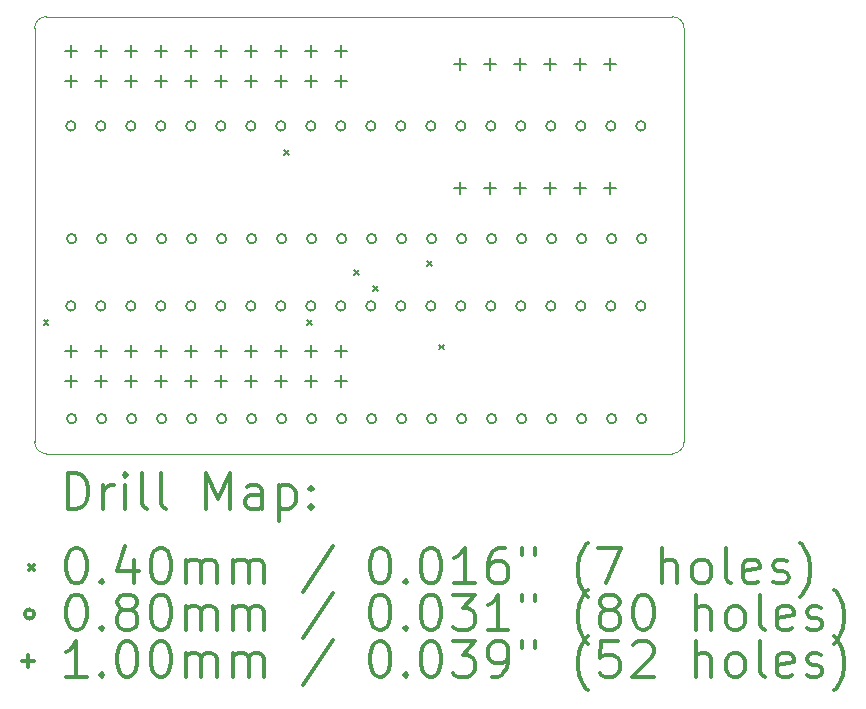
<source format=gbr>
%FSLAX45Y45*%
G04 Gerber Fmt 4.5, Leading zero omitted, Abs format (unit mm)*
G04 Created by KiCad (PCBNEW (5.1.6)-1) date 2021-12-03 11:21:00*
%MOMM*%
%LPD*%
G01*
G04 APERTURE LIST*
%TA.AperFunction,Profile*%
%ADD10C,0.050000*%
%TD*%
%ADD11C,0.200000*%
%ADD12C,0.300000*%
G04 APERTURE END LIST*
D10*
X20300000Y-8200000D02*
G75*
G02*
X20400000Y-8300000I0J-100000D01*
G01*
X15000000Y-8200000D02*
X20300000Y-8200000D01*
X14900000Y-8300000D02*
G75*
G02*
X15000000Y-8200000I100000J0D01*
G01*
X14900000Y-11800000D02*
X14900000Y-8300000D01*
X15000000Y-11900000D02*
G75*
G02*
X14900000Y-11800000I0J100000D01*
G01*
X20300000Y-11900000D02*
X15000000Y-11900000D01*
X20400000Y-11800000D02*
G75*
G02*
X20300000Y-11900000I-100000J0D01*
G01*
X20400000Y-8300000D02*
X20400000Y-11800000D01*
D11*
X14976500Y-10767790D02*
X15016500Y-10807790D01*
X15016500Y-10767790D02*
X14976500Y-10807790D01*
X17012840Y-9333160D02*
X17052840Y-9373160D01*
X17052840Y-9333160D02*
X17012840Y-9373160D01*
X17205840Y-10772160D02*
X17245840Y-10812160D01*
X17245840Y-10772160D02*
X17205840Y-10812160D01*
X17605620Y-10345470D02*
X17645620Y-10385470D01*
X17645620Y-10345470D02*
X17605620Y-10385470D01*
X17764140Y-10483000D02*
X17804140Y-10523000D01*
X17804140Y-10483000D02*
X17764140Y-10523000D01*
X18221470Y-10271640D02*
X18261470Y-10311640D01*
X18261470Y-10271640D02*
X18221470Y-10311640D01*
X18324680Y-10978050D02*
X18364680Y-11018050D01*
X18364680Y-10978050D02*
X18324680Y-11018050D01*
X15248000Y-9126000D02*
G75*
G03*
X15248000Y-9126000I-40000J0D01*
G01*
X15248000Y-10650000D02*
G75*
G03*
X15248000Y-10650000I-40000J0D01*
G01*
X15502000Y-9126000D02*
G75*
G03*
X15502000Y-9126000I-40000J0D01*
G01*
X15502000Y-10650000D02*
G75*
G03*
X15502000Y-10650000I-40000J0D01*
G01*
X15756000Y-9126000D02*
G75*
G03*
X15756000Y-9126000I-40000J0D01*
G01*
X15756000Y-10650000D02*
G75*
G03*
X15756000Y-10650000I-40000J0D01*
G01*
X16010000Y-9126000D02*
G75*
G03*
X16010000Y-9126000I-40000J0D01*
G01*
X16010000Y-10650000D02*
G75*
G03*
X16010000Y-10650000I-40000J0D01*
G01*
X16264000Y-9126000D02*
G75*
G03*
X16264000Y-9126000I-40000J0D01*
G01*
X16264000Y-10650000D02*
G75*
G03*
X16264000Y-10650000I-40000J0D01*
G01*
X16518000Y-9126000D02*
G75*
G03*
X16518000Y-9126000I-40000J0D01*
G01*
X16518000Y-10650000D02*
G75*
G03*
X16518000Y-10650000I-40000J0D01*
G01*
X16772000Y-9126000D02*
G75*
G03*
X16772000Y-9126000I-40000J0D01*
G01*
X16772000Y-10650000D02*
G75*
G03*
X16772000Y-10650000I-40000J0D01*
G01*
X17026000Y-9126000D02*
G75*
G03*
X17026000Y-9126000I-40000J0D01*
G01*
X17026000Y-10650000D02*
G75*
G03*
X17026000Y-10650000I-40000J0D01*
G01*
X17280000Y-9126000D02*
G75*
G03*
X17280000Y-9126000I-40000J0D01*
G01*
X17280000Y-10650000D02*
G75*
G03*
X17280000Y-10650000I-40000J0D01*
G01*
X17534000Y-9126000D02*
G75*
G03*
X17534000Y-9126000I-40000J0D01*
G01*
X17534000Y-10650000D02*
G75*
G03*
X17534000Y-10650000I-40000J0D01*
G01*
X17788000Y-9126000D02*
G75*
G03*
X17788000Y-9126000I-40000J0D01*
G01*
X17788000Y-10650000D02*
G75*
G03*
X17788000Y-10650000I-40000J0D01*
G01*
X18042000Y-9126000D02*
G75*
G03*
X18042000Y-9126000I-40000J0D01*
G01*
X18042000Y-10650000D02*
G75*
G03*
X18042000Y-10650000I-40000J0D01*
G01*
X18296000Y-9126000D02*
G75*
G03*
X18296000Y-9126000I-40000J0D01*
G01*
X18296000Y-10650000D02*
G75*
G03*
X18296000Y-10650000I-40000J0D01*
G01*
X18550000Y-9126000D02*
G75*
G03*
X18550000Y-9126000I-40000J0D01*
G01*
X18550000Y-10650000D02*
G75*
G03*
X18550000Y-10650000I-40000J0D01*
G01*
X18804000Y-9126000D02*
G75*
G03*
X18804000Y-9126000I-40000J0D01*
G01*
X18804000Y-10650000D02*
G75*
G03*
X18804000Y-10650000I-40000J0D01*
G01*
X19058000Y-9126000D02*
G75*
G03*
X19058000Y-9126000I-40000J0D01*
G01*
X19058000Y-10650000D02*
G75*
G03*
X19058000Y-10650000I-40000J0D01*
G01*
X19312000Y-9126000D02*
G75*
G03*
X19312000Y-9126000I-40000J0D01*
G01*
X19312000Y-10650000D02*
G75*
G03*
X19312000Y-10650000I-40000J0D01*
G01*
X19566000Y-9126000D02*
G75*
G03*
X19566000Y-9126000I-40000J0D01*
G01*
X19566000Y-10650000D02*
G75*
G03*
X19566000Y-10650000I-40000J0D01*
G01*
X19820000Y-9126000D02*
G75*
G03*
X19820000Y-9126000I-40000J0D01*
G01*
X19820000Y-10650000D02*
G75*
G03*
X19820000Y-10650000I-40000J0D01*
G01*
X20074000Y-9126000D02*
G75*
G03*
X20074000Y-9126000I-40000J0D01*
G01*
X20074000Y-10650000D02*
G75*
G03*
X20074000Y-10650000I-40000J0D01*
G01*
X15254000Y-10080000D02*
G75*
G03*
X15254000Y-10080000I-40000J0D01*
G01*
X15254000Y-11604000D02*
G75*
G03*
X15254000Y-11604000I-40000J0D01*
G01*
X15508000Y-10080000D02*
G75*
G03*
X15508000Y-10080000I-40000J0D01*
G01*
X15508000Y-11604000D02*
G75*
G03*
X15508000Y-11604000I-40000J0D01*
G01*
X15762000Y-10080000D02*
G75*
G03*
X15762000Y-10080000I-40000J0D01*
G01*
X15762000Y-11604000D02*
G75*
G03*
X15762000Y-11604000I-40000J0D01*
G01*
X16016000Y-10080000D02*
G75*
G03*
X16016000Y-10080000I-40000J0D01*
G01*
X16016000Y-11604000D02*
G75*
G03*
X16016000Y-11604000I-40000J0D01*
G01*
X16270000Y-10080000D02*
G75*
G03*
X16270000Y-10080000I-40000J0D01*
G01*
X16270000Y-11604000D02*
G75*
G03*
X16270000Y-11604000I-40000J0D01*
G01*
X16524000Y-10080000D02*
G75*
G03*
X16524000Y-10080000I-40000J0D01*
G01*
X16524000Y-11604000D02*
G75*
G03*
X16524000Y-11604000I-40000J0D01*
G01*
X16778000Y-10080000D02*
G75*
G03*
X16778000Y-10080000I-40000J0D01*
G01*
X16778000Y-11604000D02*
G75*
G03*
X16778000Y-11604000I-40000J0D01*
G01*
X17032000Y-10080000D02*
G75*
G03*
X17032000Y-10080000I-40000J0D01*
G01*
X17032000Y-11604000D02*
G75*
G03*
X17032000Y-11604000I-40000J0D01*
G01*
X17286000Y-10080000D02*
G75*
G03*
X17286000Y-10080000I-40000J0D01*
G01*
X17286000Y-11604000D02*
G75*
G03*
X17286000Y-11604000I-40000J0D01*
G01*
X17540000Y-10080000D02*
G75*
G03*
X17540000Y-10080000I-40000J0D01*
G01*
X17540000Y-11604000D02*
G75*
G03*
X17540000Y-11604000I-40000J0D01*
G01*
X17794000Y-10080000D02*
G75*
G03*
X17794000Y-10080000I-40000J0D01*
G01*
X17794000Y-11604000D02*
G75*
G03*
X17794000Y-11604000I-40000J0D01*
G01*
X18048000Y-10080000D02*
G75*
G03*
X18048000Y-10080000I-40000J0D01*
G01*
X18048000Y-11604000D02*
G75*
G03*
X18048000Y-11604000I-40000J0D01*
G01*
X18302000Y-10080000D02*
G75*
G03*
X18302000Y-10080000I-40000J0D01*
G01*
X18302000Y-11604000D02*
G75*
G03*
X18302000Y-11604000I-40000J0D01*
G01*
X18556000Y-10080000D02*
G75*
G03*
X18556000Y-10080000I-40000J0D01*
G01*
X18556000Y-11604000D02*
G75*
G03*
X18556000Y-11604000I-40000J0D01*
G01*
X18810000Y-10080000D02*
G75*
G03*
X18810000Y-10080000I-40000J0D01*
G01*
X18810000Y-11604000D02*
G75*
G03*
X18810000Y-11604000I-40000J0D01*
G01*
X19064000Y-10080000D02*
G75*
G03*
X19064000Y-10080000I-40000J0D01*
G01*
X19064000Y-11604000D02*
G75*
G03*
X19064000Y-11604000I-40000J0D01*
G01*
X19318000Y-10080000D02*
G75*
G03*
X19318000Y-10080000I-40000J0D01*
G01*
X19318000Y-11604000D02*
G75*
G03*
X19318000Y-11604000I-40000J0D01*
G01*
X19572000Y-10080000D02*
G75*
G03*
X19572000Y-10080000I-40000J0D01*
G01*
X19572000Y-11604000D02*
G75*
G03*
X19572000Y-11604000I-40000J0D01*
G01*
X19826000Y-10080000D02*
G75*
G03*
X19826000Y-10080000I-40000J0D01*
G01*
X19826000Y-11604000D02*
G75*
G03*
X19826000Y-11604000I-40000J0D01*
G01*
X20080000Y-10080000D02*
G75*
G03*
X20080000Y-10080000I-40000J0D01*
G01*
X20080000Y-11604000D02*
G75*
G03*
X20080000Y-11604000I-40000J0D01*
G01*
X15207000Y-8443000D02*
X15207000Y-8543000D01*
X15157000Y-8493000D02*
X15257000Y-8493000D01*
X15207000Y-8697000D02*
X15207000Y-8797000D01*
X15157000Y-8747000D02*
X15257000Y-8747000D01*
X15207000Y-10983000D02*
X15207000Y-11083000D01*
X15157000Y-11033000D02*
X15257000Y-11033000D01*
X15207000Y-11237000D02*
X15207000Y-11337000D01*
X15157000Y-11287000D02*
X15257000Y-11287000D01*
X15461000Y-8443000D02*
X15461000Y-8543000D01*
X15411000Y-8493000D02*
X15511000Y-8493000D01*
X15461000Y-8697000D02*
X15461000Y-8797000D01*
X15411000Y-8747000D02*
X15511000Y-8747000D01*
X15461000Y-10983000D02*
X15461000Y-11083000D01*
X15411000Y-11033000D02*
X15511000Y-11033000D01*
X15461000Y-11237000D02*
X15461000Y-11337000D01*
X15411000Y-11287000D02*
X15511000Y-11287000D01*
X15715000Y-8443000D02*
X15715000Y-8543000D01*
X15665000Y-8493000D02*
X15765000Y-8493000D01*
X15715000Y-8697000D02*
X15715000Y-8797000D01*
X15665000Y-8747000D02*
X15765000Y-8747000D01*
X15715000Y-10983000D02*
X15715000Y-11083000D01*
X15665000Y-11033000D02*
X15765000Y-11033000D01*
X15715000Y-11237000D02*
X15715000Y-11337000D01*
X15665000Y-11287000D02*
X15765000Y-11287000D01*
X15969000Y-8443000D02*
X15969000Y-8543000D01*
X15919000Y-8493000D02*
X16019000Y-8493000D01*
X15969000Y-8697000D02*
X15969000Y-8797000D01*
X15919000Y-8747000D02*
X16019000Y-8747000D01*
X15969000Y-10983000D02*
X15969000Y-11083000D01*
X15919000Y-11033000D02*
X16019000Y-11033000D01*
X15969000Y-11237000D02*
X15969000Y-11337000D01*
X15919000Y-11287000D02*
X16019000Y-11287000D01*
X16223000Y-8443000D02*
X16223000Y-8543000D01*
X16173000Y-8493000D02*
X16273000Y-8493000D01*
X16223000Y-8697000D02*
X16223000Y-8797000D01*
X16173000Y-8747000D02*
X16273000Y-8747000D01*
X16223000Y-10983000D02*
X16223000Y-11083000D01*
X16173000Y-11033000D02*
X16273000Y-11033000D01*
X16223000Y-11237000D02*
X16223000Y-11337000D01*
X16173000Y-11287000D02*
X16273000Y-11287000D01*
X16477000Y-8443000D02*
X16477000Y-8543000D01*
X16427000Y-8493000D02*
X16527000Y-8493000D01*
X16477000Y-8697000D02*
X16477000Y-8797000D01*
X16427000Y-8747000D02*
X16527000Y-8747000D01*
X16477000Y-10983000D02*
X16477000Y-11083000D01*
X16427000Y-11033000D02*
X16527000Y-11033000D01*
X16477000Y-11237000D02*
X16477000Y-11337000D01*
X16427000Y-11287000D02*
X16527000Y-11287000D01*
X16731000Y-8443000D02*
X16731000Y-8543000D01*
X16681000Y-8493000D02*
X16781000Y-8493000D01*
X16731000Y-8697000D02*
X16731000Y-8797000D01*
X16681000Y-8747000D02*
X16781000Y-8747000D01*
X16731000Y-10983000D02*
X16731000Y-11083000D01*
X16681000Y-11033000D02*
X16781000Y-11033000D01*
X16731000Y-11237000D02*
X16731000Y-11337000D01*
X16681000Y-11287000D02*
X16781000Y-11287000D01*
X16985000Y-8443000D02*
X16985000Y-8543000D01*
X16935000Y-8493000D02*
X17035000Y-8493000D01*
X16985000Y-8697000D02*
X16985000Y-8797000D01*
X16935000Y-8747000D02*
X17035000Y-8747000D01*
X16985000Y-10983000D02*
X16985000Y-11083000D01*
X16935000Y-11033000D02*
X17035000Y-11033000D01*
X16985000Y-11237000D02*
X16985000Y-11337000D01*
X16935000Y-11287000D02*
X17035000Y-11287000D01*
X17239000Y-8443000D02*
X17239000Y-8543000D01*
X17189000Y-8493000D02*
X17289000Y-8493000D01*
X17239000Y-8697000D02*
X17239000Y-8797000D01*
X17189000Y-8747000D02*
X17289000Y-8747000D01*
X17239000Y-10983000D02*
X17239000Y-11083000D01*
X17189000Y-11033000D02*
X17289000Y-11033000D01*
X17239000Y-11237000D02*
X17239000Y-11337000D01*
X17189000Y-11287000D02*
X17289000Y-11287000D01*
X17493000Y-8443000D02*
X17493000Y-8543000D01*
X17443000Y-8493000D02*
X17543000Y-8493000D01*
X17493000Y-8697000D02*
X17493000Y-8797000D01*
X17443000Y-8747000D02*
X17543000Y-8747000D01*
X17493000Y-10983000D02*
X17493000Y-11083000D01*
X17443000Y-11033000D02*
X17543000Y-11033000D01*
X17493000Y-11237000D02*
X17493000Y-11337000D01*
X17443000Y-11287000D02*
X17543000Y-11287000D01*
X18500000Y-8550000D02*
X18500000Y-8650000D01*
X18450000Y-8600000D02*
X18550000Y-8600000D01*
X18500000Y-9600000D02*
X18500000Y-9700000D01*
X18450000Y-9650000D02*
X18550000Y-9650000D01*
X18754000Y-8550000D02*
X18754000Y-8650000D01*
X18704000Y-8600000D02*
X18804000Y-8600000D01*
X18754000Y-9600000D02*
X18754000Y-9700000D01*
X18704000Y-9650000D02*
X18804000Y-9650000D01*
X19008000Y-8550000D02*
X19008000Y-8650000D01*
X18958000Y-8600000D02*
X19058000Y-8600000D01*
X19008000Y-9600000D02*
X19008000Y-9700000D01*
X18958000Y-9650000D02*
X19058000Y-9650000D01*
X19262000Y-8550000D02*
X19262000Y-8650000D01*
X19212000Y-8600000D02*
X19312000Y-8600000D01*
X19262000Y-9600000D02*
X19262000Y-9700000D01*
X19212000Y-9650000D02*
X19312000Y-9650000D01*
X19516000Y-8550000D02*
X19516000Y-8650000D01*
X19466000Y-8600000D02*
X19566000Y-8600000D01*
X19516000Y-9600000D02*
X19516000Y-9700000D01*
X19466000Y-9650000D02*
X19566000Y-9650000D01*
X19770000Y-8550000D02*
X19770000Y-8650000D01*
X19720000Y-8600000D02*
X19820000Y-8600000D01*
X19770000Y-9600000D02*
X19770000Y-9700000D01*
X19720000Y-9650000D02*
X19820000Y-9650000D01*
D12*
X15183928Y-12368214D02*
X15183928Y-12068214D01*
X15255357Y-12068214D01*
X15298214Y-12082500D01*
X15326786Y-12111071D01*
X15341071Y-12139643D01*
X15355357Y-12196786D01*
X15355357Y-12239643D01*
X15341071Y-12296786D01*
X15326786Y-12325357D01*
X15298214Y-12353929D01*
X15255357Y-12368214D01*
X15183928Y-12368214D01*
X15483928Y-12368214D02*
X15483928Y-12168214D01*
X15483928Y-12225357D02*
X15498214Y-12196786D01*
X15512500Y-12182500D01*
X15541071Y-12168214D01*
X15569643Y-12168214D01*
X15669643Y-12368214D02*
X15669643Y-12168214D01*
X15669643Y-12068214D02*
X15655357Y-12082500D01*
X15669643Y-12096786D01*
X15683928Y-12082500D01*
X15669643Y-12068214D01*
X15669643Y-12096786D01*
X15855357Y-12368214D02*
X15826786Y-12353929D01*
X15812500Y-12325357D01*
X15812500Y-12068214D01*
X16012500Y-12368214D02*
X15983928Y-12353929D01*
X15969643Y-12325357D01*
X15969643Y-12068214D01*
X16355357Y-12368214D02*
X16355357Y-12068214D01*
X16455357Y-12282500D01*
X16555357Y-12068214D01*
X16555357Y-12368214D01*
X16826786Y-12368214D02*
X16826786Y-12211071D01*
X16812500Y-12182500D01*
X16783928Y-12168214D01*
X16726786Y-12168214D01*
X16698214Y-12182500D01*
X16826786Y-12353929D02*
X16798214Y-12368214D01*
X16726786Y-12368214D01*
X16698214Y-12353929D01*
X16683928Y-12325357D01*
X16683928Y-12296786D01*
X16698214Y-12268214D01*
X16726786Y-12253929D01*
X16798214Y-12253929D01*
X16826786Y-12239643D01*
X16969643Y-12168214D02*
X16969643Y-12468214D01*
X16969643Y-12182500D02*
X16998214Y-12168214D01*
X17055357Y-12168214D01*
X17083928Y-12182500D01*
X17098214Y-12196786D01*
X17112500Y-12225357D01*
X17112500Y-12311071D01*
X17098214Y-12339643D01*
X17083928Y-12353929D01*
X17055357Y-12368214D01*
X16998214Y-12368214D01*
X16969643Y-12353929D01*
X17241071Y-12339643D02*
X17255357Y-12353929D01*
X17241071Y-12368214D01*
X17226786Y-12353929D01*
X17241071Y-12339643D01*
X17241071Y-12368214D01*
X17241071Y-12182500D02*
X17255357Y-12196786D01*
X17241071Y-12211071D01*
X17226786Y-12196786D01*
X17241071Y-12182500D01*
X17241071Y-12211071D01*
X14857500Y-12842500D02*
X14897500Y-12882500D01*
X14897500Y-12842500D02*
X14857500Y-12882500D01*
X15241071Y-12698214D02*
X15269643Y-12698214D01*
X15298214Y-12712500D01*
X15312500Y-12726786D01*
X15326786Y-12755357D01*
X15341071Y-12812500D01*
X15341071Y-12883929D01*
X15326786Y-12941071D01*
X15312500Y-12969643D01*
X15298214Y-12983929D01*
X15269643Y-12998214D01*
X15241071Y-12998214D01*
X15212500Y-12983929D01*
X15198214Y-12969643D01*
X15183928Y-12941071D01*
X15169643Y-12883929D01*
X15169643Y-12812500D01*
X15183928Y-12755357D01*
X15198214Y-12726786D01*
X15212500Y-12712500D01*
X15241071Y-12698214D01*
X15469643Y-12969643D02*
X15483928Y-12983929D01*
X15469643Y-12998214D01*
X15455357Y-12983929D01*
X15469643Y-12969643D01*
X15469643Y-12998214D01*
X15741071Y-12798214D02*
X15741071Y-12998214D01*
X15669643Y-12683929D02*
X15598214Y-12898214D01*
X15783928Y-12898214D01*
X15955357Y-12698214D02*
X15983928Y-12698214D01*
X16012500Y-12712500D01*
X16026786Y-12726786D01*
X16041071Y-12755357D01*
X16055357Y-12812500D01*
X16055357Y-12883929D01*
X16041071Y-12941071D01*
X16026786Y-12969643D01*
X16012500Y-12983929D01*
X15983928Y-12998214D01*
X15955357Y-12998214D01*
X15926786Y-12983929D01*
X15912500Y-12969643D01*
X15898214Y-12941071D01*
X15883928Y-12883929D01*
X15883928Y-12812500D01*
X15898214Y-12755357D01*
X15912500Y-12726786D01*
X15926786Y-12712500D01*
X15955357Y-12698214D01*
X16183928Y-12998214D02*
X16183928Y-12798214D01*
X16183928Y-12826786D02*
X16198214Y-12812500D01*
X16226786Y-12798214D01*
X16269643Y-12798214D01*
X16298214Y-12812500D01*
X16312500Y-12841071D01*
X16312500Y-12998214D01*
X16312500Y-12841071D02*
X16326786Y-12812500D01*
X16355357Y-12798214D01*
X16398214Y-12798214D01*
X16426786Y-12812500D01*
X16441071Y-12841071D01*
X16441071Y-12998214D01*
X16583928Y-12998214D02*
X16583928Y-12798214D01*
X16583928Y-12826786D02*
X16598214Y-12812500D01*
X16626786Y-12798214D01*
X16669643Y-12798214D01*
X16698214Y-12812500D01*
X16712500Y-12841071D01*
X16712500Y-12998214D01*
X16712500Y-12841071D02*
X16726786Y-12812500D01*
X16755357Y-12798214D01*
X16798214Y-12798214D01*
X16826786Y-12812500D01*
X16841071Y-12841071D01*
X16841071Y-12998214D01*
X17426786Y-12683929D02*
X17169643Y-13069643D01*
X17812500Y-12698214D02*
X17841071Y-12698214D01*
X17869643Y-12712500D01*
X17883928Y-12726786D01*
X17898214Y-12755357D01*
X17912500Y-12812500D01*
X17912500Y-12883929D01*
X17898214Y-12941071D01*
X17883928Y-12969643D01*
X17869643Y-12983929D01*
X17841071Y-12998214D01*
X17812500Y-12998214D01*
X17783928Y-12983929D01*
X17769643Y-12969643D01*
X17755357Y-12941071D01*
X17741071Y-12883929D01*
X17741071Y-12812500D01*
X17755357Y-12755357D01*
X17769643Y-12726786D01*
X17783928Y-12712500D01*
X17812500Y-12698214D01*
X18041071Y-12969643D02*
X18055357Y-12983929D01*
X18041071Y-12998214D01*
X18026786Y-12983929D01*
X18041071Y-12969643D01*
X18041071Y-12998214D01*
X18241071Y-12698214D02*
X18269643Y-12698214D01*
X18298214Y-12712500D01*
X18312500Y-12726786D01*
X18326786Y-12755357D01*
X18341071Y-12812500D01*
X18341071Y-12883929D01*
X18326786Y-12941071D01*
X18312500Y-12969643D01*
X18298214Y-12983929D01*
X18269643Y-12998214D01*
X18241071Y-12998214D01*
X18212500Y-12983929D01*
X18198214Y-12969643D01*
X18183928Y-12941071D01*
X18169643Y-12883929D01*
X18169643Y-12812500D01*
X18183928Y-12755357D01*
X18198214Y-12726786D01*
X18212500Y-12712500D01*
X18241071Y-12698214D01*
X18626786Y-12998214D02*
X18455357Y-12998214D01*
X18541071Y-12998214D02*
X18541071Y-12698214D01*
X18512500Y-12741071D01*
X18483928Y-12769643D01*
X18455357Y-12783929D01*
X18883928Y-12698214D02*
X18826786Y-12698214D01*
X18798214Y-12712500D01*
X18783928Y-12726786D01*
X18755357Y-12769643D01*
X18741071Y-12826786D01*
X18741071Y-12941071D01*
X18755357Y-12969643D01*
X18769643Y-12983929D01*
X18798214Y-12998214D01*
X18855357Y-12998214D01*
X18883928Y-12983929D01*
X18898214Y-12969643D01*
X18912500Y-12941071D01*
X18912500Y-12869643D01*
X18898214Y-12841071D01*
X18883928Y-12826786D01*
X18855357Y-12812500D01*
X18798214Y-12812500D01*
X18769643Y-12826786D01*
X18755357Y-12841071D01*
X18741071Y-12869643D01*
X19026786Y-12698214D02*
X19026786Y-12755357D01*
X19141071Y-12698214D02*
X19141071Y-12755357D01*
X19583928Y-13112500D02*
X19569643Y-13098214D01*
X19541071Y-13055357D01*
X19526786Y-13026786D01*
X19512500Y-12983929D01*
X19498214Y-12912500D01*
X19498214Y-12855357D01*
X19512500Y-12783929D01*
X19526786Y-12741071D01*
X19541071Y-12712500D01*
X19569643Y-12669643D01*
X19583928Y-12655357D01*
X19669643Y-12698214D02*
X19869643Y-12698214D01*
X19741071Y-12998214D01*
X20212500Y-12998214D02*
X20212500Y-12698214D01*
X20341071Y-12998214D02*
X20341071Y-12841071D01*
X20326786Y-12812500D01*
X20298214Y-12798214D01*
X20255357Y-12798214D01*
X20226786Y-12812500D01*
X20212500Y-12826786D01*
X20526786Y-12998214D02*
X20498214Y-12983929D01*
X20483928Y-12969643D01*
X20469643Y-12941071D01*
X20469643Y-12855357D01*
X20483928Y-12826786D01*
X20498214Y-12812500D01*
X20526786Y-12798214D01*
X20569643Y-12798214D01*
X20598214Y-12812500D01*
X20612500Y-12826786D01*
X20626786Y-12855357D01*
X20626786Y-12941071D01*
X20612500Y-12969643D01*
X20598214Y-12983929D01*
X20569643Y-12998214D01*
X20526786Y-12998214D01*
X20798214Y-12998214D02*
X20769643Y-12983929D01*
X20755357Y-12955357D01*
X20755357Y-12698214D01*
X21026786Y-12983929D02*
X20998214Y-12998214D01*
X20941071Y-12998214D01*
X20912500Y-12983929D01*
X20898214Y-12955357D01*
X20898214Y-12841071D01*
X20912500Y-12812500D01*
X20941071Y-12798214D01*
X20998214Y-12798214D01*
X21026786Y-12812500D01*
X21041071Y-12841071D01*
X21041071Y-12869643D01*
X20898214Y-12898214D01*
X21155357Y-12983929D02*
X21183928Y-12998214D01*
X21241071Y-12998214D01*
X21269643Y-12983929D01*
X21283928Y-12955357D01*
X21283928Y-12941071D01*
X21269643Y-12912500D01*
X21241071Y-12898214D01*
X21198214Y-12898214D01*
X21169643Y-12883929D01*
X21155357Y-12855357D01*
X21155357Y-12841071D01*
X21169643Y-12812500D01*
X21198214Y-12798214D01*
X21241071Y-12798214D01*
X21269643Y-12812500D01*
X21383928Y-13112500D02*
X21398214Y-13098214D01*
X21426786Y-13055357D01*
X21441071Y-13026786D01*
X21455357Y-12983929D01*
X21469643Y-12912500D01*
X21469643Y-12855357D01*
X21455357Y-12783929D01*
X21441071Y-12741071D01*
X21426786Y-12712500D01*
X21398214Y-12669643D01*
X21383928Y-12655357D01*
X14897500Y-13258500D02*
G75*
G03*
X14897500Y-13258500I-40000J0D01*
G01*
X15241071Y-13094214D02*
X15269643Y-13094214D01*
X15298214Y-13108500D01*
X15312500Y-13122786D01*
X15326786Y-13151357D01*
X15341071Y-13208500D01*
X15341071Y-13279929D01*
X15326786Y-13337071D01*
X15312500Y-13365643D01*
X15298214Y-13379929D01*
X15269643Y-13394214D01*
X15241071Y-13394214D01*
X15212500Y-13379929D01*
X15198214Y-13365643D01*
X15183928Y-13337071D01*
X15169643Y-13279929D01*
X15169643Y-13208500D01*
X15183928Y-13151357D01*
X15198214Y-13122786D01*
X15212500Y-13108500D01*
X15241071Y-13094214D01*
X15469643Y-13365643D02*
X15483928Y-13379929D01*
X15469643Y-13394214D01*
X15455357Y-13379929D01*
X15469643Y-13365643D01*
X15469643Y-13394214D01*
X15655357Y-13222786D02*
X15626786Y-13208500D01*
X15612500Y-13194214D01*
X15598214Y-13165643D01*
X15598214Y-13151357D01*
X15612500Y-13122786D01*
X15626786Y-13108500D01*
X15655357Y-13094214D01*
X15712500Y-13094214D01*
X15741071Y-13108500D01*
X15755357Y-13122786D01*
X15769643Y-13151357D01*
X15769643Y-13165643D01*
X15755357Y-13194214D01*
X15741071Y-13208500D01*
X15712500Y-13222786D01*
X15655357Y-13222786D01*
X15626786Y-13237071D01*
X15612500Y-13251357D01*
X15598214Y-13279929D01*
X15598214Y-13337071D01*
X15612500Y-13365643D01*
X15626786Y-13379929D01*
X15655357Y-13394214D01*
X15712500Y-13394214D01*
X15741071Y-13379929D01*
X15755357Y-13365643D01*
X15769643Y-13337071D01*
X15769643Y-13279929D01*
X15755357Y-13251357D01*
X15741071Y-13237071D01*
X15712500Y-13222786D01*
X15955357Y-13094214D02*
X15983928Y-13094214D01*
X16012500Y-13108500D01*
X16026786Y-13122786D01*
X16041071Y-13151357D01*
X16055357Y-13208500D01*
X16055357Y-13279929D01*
X16041071Y-13337071D01*
X16026786Y-13365643D01*
X16012500Y-13379929D01*
X15983928Y-13394214D01*
X15955357Y-13394214D01*
X15926786Y-13379929D01*
X15912500Y-13365643D01*
X15898214Y-13337071D01*
X15883928Y-13279929D01*
X15883928Y-13208500D01*
X15898214Y-13151357D01*
X15912500Y-13122786D01*
X15926786Y-13108500D01*
X15955357Y-13094214D01*
X16183928Y-13394214D02*
X16183928Y-13194214D01*
X16183928Y-13222786D02*
X16198214Y-13208500D01*
X16226786Y-13194214D01*
X16269643Y-13194214D01*
X16298214Y-13208500D01*
X16312500Y-13237071D01*
X16312500Y-13394214D01*
X16312500Y-13237071D02*
X16326786Y-13208500D01*
X16355357Y-13194214D01*
X16398214Y-13194214D01*
X16426786Y-13208500D01*
X16441071Y-13237071D01*
X16441071Y-13394214D01*
X16583928Y-13394214D02*
X16583928Y-13194214D01*
X16583928Y-13222786D02*
X16598214Y-13208500D01*
X16626786Y-13194214D01*
X16669643Y-13194214D01*
X16698214Y-13208500D01*
X16712500Y-13237071D01*
X16712500Y-13394214D01*
X16712500Y-13237071D02*
X16726786Y-13208500D01*
X16755357Y-13194214D01*
X16798214Y-13194214D01*
X16826786Y-13208500D01*
X16841071Y-13237071D01*
X16841071Y-13394214D01*
X17426786Y-13079929D02*
X17169643Y-13465643D01*
X17812500Y-13094214D02*
X17841071Y-13094214D01*
X17869643Y-13108500D01*
X17883928Y-13122786D01*
X17898214Y-13151357D01*
X17912500Y-13208500D01*
X17912500Y-13279929D01*
X17898214Y-13337071D01*
X17883928Y-13365643D01*
X17869643Y-13379929D01*
X17841071Y-13394214D01*
X17812500Y-13394214D01*
X17783928Y-13379929D01*
X17769643Y-13365643D01*
X17755357Y-13337071D01*
X17741071Y-13279929D01*
X17741071Y-13208500D01*
X17755357Y-13151357D01*
X17769643Y-13122786D01*
X17783928Y-13108500D01*
X17812500Y-13094214D01*
X18041071Y-13365643D02*
X18055357Y-13379929D01*
X18041071Y-13394214D01*
X18026786Y-13379929D01*
X18041071Y-13365643D01*
X18041071Y-13394214D01*
X18241071Y-13094214D02*
X18269643Y-13094214D01*
X18298214Y-13108500D01*
X18312500Y-13122786D01*
X18326786Y-13151357D01*
X18341071Y-13208500D01*
X18341071Y-13279929D01*
X18326786Y-13337071D01*
X18312500Y-13365643D01*
X18298214Y-13379929D01*
X18269643Y-13394214D01*
X18241071Y-13394214D01*
X18212500Y-13379929D01*
X18198214Y-13365643D01*
X18183928Y-13337071D01*
X18169643Y-13279929D01*
X18169643Y-13208500D01*
X18183928Y-13151357D01*
X18198214Y-13122786D01*
X18212500Y-13108500D01*
X18241071Y-13094214D01*
X18441071Y-13094214D02*
X18626786Y-13094214D01*
X18526786Y-13208500D01*
X18569643Y-13208500D01*
X18598214Y-13222786D01*
X18612500Y-13237071D01*
X18626786Y-13265643D01*
X18626786Y-13337071D01*
X18612500Y-13365643D01*
X18598214Y-13379929D01*
X18569643Y-13394214D01*
X18483928Y-13394214D01*
X18455357Y-13379929D01*
X18441071Y-13365643D01*
X18912500Y-13394214D02*
X18741071Y-13394214D01*
X18826786Y-13394214D02*
X18826786Y-13094214D01*
X18798214Y-13137071D01*
X18769643Y-13165643D01*
X18741071Y-13179929D01*
X19026786Y-13094214D02*
X19026786Y-13151357D01*
X19141071Y-13094214D02*
X19141071Y-13151357D01*
X19583928Y-13508500D02*
X19569643Y-13494214D01*
X19541071Y-13451357D01*
X19526786Y-13422786D01*
X19512500Y-13379929D01*
X19498214Y-13308500D01*
X19498214Y-13251357D01*
X19512500Y-13179929D01*
X19526786Y-13137071D01*
X19541071Y-13108500D01*
X19569643Y-13065643D01*
X19583928Y-13051357D01*
X19741071Y-13222786D02*
X19712500Y-13208500D01*
X19698214Y-13194214D01*
X19683928Y-13165643D01*
X19683928Y-13151357D01*
X19698214Y-13122786D01*
X19712500Y-13108500D01*
X19741071Y-13094214D01*
X19798214Y-13094214D01*
X19826786Y-13108500D01*
X19841071Y-13122786D01*
X19855357Y-13151357D01*
X19855357Y-13165643D01*
X19841071Y-13194214D01*
X19826786Y-13208500D01*
X19798214Y-13222786D01*
X19741071Y-13222786D01*
X19712500Y-13237071D01*
X19698214Y-13251357D01*
X19683928Y-13279929D01*
X19683928Y-13337071D01*
X19698214Y-13365643D01*
X19712500Y-13379929D01*
X19741071Y-13394214D01*
X19798214Y-13394214D01*
X19826786Y-13379929D01*
X19841071Y-13365643D01*
X19855357Y-13337071D01*
X19855357Y-13279929D01*
X19841071Y-13251357D01*
X19826786Y-13237071D01*
X19798214Y-13222786D01*
X20041071Y-13094214D02*
X20069643Y-13094214D01*
X20098214Y-13108500D01*
X20112500Y-13122786D01*
X20126786Y-13151357D01*
X20141071Y-13208500D01*
X20141071Y-13279929D01*
X20126786Y-13337071D01*
X20112500Y-13365643D01*
X20098214Y-13379929D01*
X20069643Y-13394214D01*
X20041071Y-13394214D01*
X20012500Y-13379929D01*
X19998214Y-13365643D01*
X19983928Y-13337071D01*
X19969643Y-13279929D01*
X19969643Y-13208500D01*
X19983928Y-13151357D01*
X19998214Y-13122786D01*
X20012500Y-13108500D01*
X20041071Y-13094214D01*
X20498214Y-13394214D02*
X20498214Y-13094214D01*
X20626786Y-13394214D02*
X20626786Y-13237071D01*
X20612500Y-13208500D01*
X20583928Y-13194214D01*
X20541071Y-13194214D01*
X20512500Y-13208500D01*
X20498214Y-13222786D01*
X20812500Y-13394214D02*
X20783928Y-13379929D01*
X20769643Y-13365643D01*
X20755357Y-13337071D01*
X20755357Y-13251357D01*
X20769643Y-13222786D01*
X20783928Y-13208500D01*
X20812500Y-13194214D01*
X20855357Y-13194214D01*
X20883928Y-13208500D01*
X20898214Y-13222786D01*
X20912500Y-13251357D01*
X20912500Y-13337071D01*
X20898214Y-13365643D01*
X20883928Y-13379929D01*
X20855357Y-13394214D01*
X20812500Y-13394214D01*
X21083928Y-13394214D02*
X21055357Y-13379929D01*
X21041071Y-13351357D01*
X21041071Y-13094214D01*
X21312500Y-13379929D02*
X21283928Y-13394214D01*
X21226786Y-13394214D01*
X21198214Y-13379929D01*
X21183928Y-13351357D01*
X21183928Y-13237071D01*
X21198214Y-13208500D01*
X21226786Y-13194214D01*
X21283928Y-13194214D01*
X21312500Y-13208500D01*
X21326786Y-13237071D01*
X21326786Y-13265643D01*
X21183928Y-13294214D01*
X21441071Y-13379929D02*
X21469643Y-13394214D01*
X21526786Y-13394214D01*
X21555357Y-13379929D01*
X21569643Y-13351357D01*
X21569643Y-13337071D01*
X21555357Y-13308500D01*
X21526786Y-13294214D01*
X21483928Y-13294214D01*
X21455357Y-13279929D01*
X21441071Y-13251357D01*
X21441071Y-13237071D01*
X21455357Y-13208500D01*
X21483928Y-13194214D01*
X21526786Y-13194214D01*
X21555357Y-13208500D01*
X21669643Y-13508500D02*
X21683928Y-13494214D01*
X21712500Y-13451357D01*
X21726786Y-13422786D01*
X21741071Y-13379929D01*
X21755357Y-13308500D01*
X21755357Y-13251357D01*
X21741071Y-13179929D01*
X21726786Y-13137071D01*
X21712500Y-13108500D01*
X21683928Y-13065643D01*
X21669643Y-13051357D01*
X14847500Y-13604500D02*
X14847500Y-13704500D01*
X14797500Y-13654500D02*
X14897500Y-13654500D01*
X15341071Y-13790214D02*
X15169643Y-13790214D01*
X15255357Y-13790214D02*
X15255357Y-13490214D01*
X15226786Y-13533071D01*
X15198214Y-13561643D01*
X15169643Y-13575929D01*
X15469643Y-13761643D02*
X15483928Y-13775929D01*
X15469643Y-13790214D01*
X15455357Y-13775929D01*
X15469643Y-13761643D01*
X15469643Y-13790214D01*
X15669643Y-13490214D02*
X15698214Y-13490214D01*
X15726786Y-13504500D01*
X15741071Y-13518786D01*
X15755357Y-13547357D01*
X15769643Y-13604500D01*
X15769643Y-13675929D01*
X15755357Y-13733071D01*
X15741071Y-13761643D01*
X15726786Y-13775929D01*
X15698214Y-13790214D01*
X15669643Y-13790214D01*
X15641071Y-13775929D01*
X15626786Y-13761643D01*
X15612500Y-13733071D01*
X15598214Y-13675929D01*
X15598214Y-13604500D01*
X15612500Y-13547357D01*
X15626786Y-13518786D01*
X15641071Y-13504500D01*
X15669643Y-13490214D01*
X15955357Y-13490214D02*
X15983928Y-13490214D01*
X16012500Y-13504500D01*
X16026786Y-13518786D01*
X16041071Y-13547357D01*
X16055357Y-13604500D01*
X16055357Y-13675929D01*
X16041071Y-13733071D01*
X16026786Y-13761643D01*
X16012500Y-13775929D01*
X15983928Y-13790214D01*
X15955357Y-13790214D01*
X15926786Y-13775929D01*
X15912500Y-13761643D01*
X15898214Y-13733071D01*
X15883928Y-13675929D01*
X15883928Y-13604500D01*
X15898214Y-13547357D01*
X15912500Y-13518786D01*
X15926786Y-13504500D01*
X15955357Y-13490214D01*
X16183928Y-13790214D02*
X16183928Y-13590214D01*
X16183928Y-13618786D02*
X16198214Y-13604500D01*
X16226786Y-13590214D01*
X16269643Y-13590214D01*
X16298214Y-13604500D01*
X16312500Y-13633071D01*
X16312500Y-13790214D01*
X16312500Y-13633071D02*
X16326786Y-13604500D01*
X16355357Y-13590214D01*
X16398214Y-13590214D01*
X16426786Y-13604500D01*
X16441071Y-13633071D01*
X16441071Y-13790214D01*
X16583928Y-13790214D02*
X16583928Y-13590214D01*
X16583928Y-13618786D02*
X16598214Y-13604500D01*
X16626786Y-13590214D01*
X16669643Y-13590214D01*
X16698214Y-13604500D01*
X16712500Y-13633071D01*
X16712500Y-13790214D01*
X16712500Y-13633071D02*
X16726786Y-13604500D01*
X16755357Y-13590214D01*
X16798214Y-13590214D01*
X16826786Y-13604500D01*
X16841071Y-13633071D01*
X16841071Y-13790214D01*
X17426786Y-13475929D02*
X17169643Y-13861643D01*
X17812500Y-13490214D02*
X17841071Y-13490214D01*
X17869643Y-13504500D01*
X17883928Y-13518786D01*
X17898214Y-13547357D01*
X17912500Y-13604500D01*
X17912500Y-13675929D01*
X17898214Y-13733071D01*
X17883928Y-13761643D01*
X17869643Y-13775929D01*
X17841071Y-13790214D01*
X17812500Y-13790214D01*
X17783928Y-13775929D01*
X17769643Y-13761643D01*
X17755357Y-13733071D01*
X17741071Y-13675929D01*
X17741071Y-13604500D01*
X17755357Y-13547357D01*
X17769643Y-13518786D01*
X17783928Y-13504500D01*
X17812500Y-13490214D01*
X18041071Y-13761643D02*
X18055357Y-13775929D01*
X18041071Y-13790214D01*
X18026786Y-13775929D01*
X18041071Y-13761643D01*
X18041071Y-13790214D01*
X18241071Y-13490214D02*
X18269643Y-13490214D01*
X18298214Y-13504500D01*
X18312500Y-13518786D01*
X18326786Y-13547357D01*
X18341071Y-13604500D01*
X18341071Y-13675929D01*
X18326786Y-13733071D01*
X18312500Y-13761643D01*
X18298214Y-13775929D01*
X18269643Y-13790214D01*
X18241071Y-13790214D01*
X18212500Y-13775929D01*
X18198214Y-13761643D01*
X18183928Y-13733071D01*
X18169643Y-13675929D01*
X18169643Y-13604500D01*
X18183928Y-13547357D01*
X18198214Y-13518786D01*
X18212500Y-13504500D01*
X18241071Y-13490214D01*
X18441071Y-13490214D02*
X18626786Y-13490214D01*
X18526786Y-13604500D01*
X18569643Y-13604500D01*
X18598214Y-13618786D01*
X18612500Y-13633071D01*
X18626786Y-13661643D01*
X18626786Y-13733071D01*
X18612500Y-13761643D01*
X18598214Y-13775929D01*
X18569643Y-13790214D01*
X18483928Y-13790214D01*
X18455357Y-13775929D01*
X18441071Y-13761643D01*
X18769643Y-13790214D02*
X18826786Y-13790214D01*
X18855357Y-13775929D01*
X18869643Y-13761643D01*
X18898214Y-13718786D01*
X18912500Y-13661643D01*
X18912500Y-13547357D01*
X18898214Y-13518786D01*
X18883928Y-13504500D01*
X18855357Y-13490214D01*
X18798214Y-13490214D01*
X18769643Y-13504500D01*
X18755357Y-13518786D01*
X18741071Y-13547357D01*
X18741071Y-13618786D01*
X18755357Y-13647357D01*
X18769643Y-13661643D01*
X18798214Y-13675929D01*
X18855357Y-13675929D01*
X18883928Y-13661643D01*
X18898214Y-13647357D01*
X18912500Y-13618786D01*
X19026786Y-13490214D02*
X19026786Y-13547357D01*
X19141071Y-13490214D02*
X19141071Y-13547357D01*
X19583928Y-13904500D02*
X19569643Y-13890214D01*
X19541071Y-13847357D01*
X19526786Y-13818786D01*
X19512500Y-13775929D01*
X19498214Y-13704500D01*
X19498214Y-13647357D01*
X19512500Y-13575929D01*
X19526786Y-13533071D01*
X19541071Y-13504500D01*
X19569643Y-13461643D01*
X19583928Y-13447357D01*
X19841071Y-13490214D02*
X19698214Y-13490214D01*
X19683928Y-13633071D01*
X19698214Y-13618786D01*
X19726786Y-13604500D01*
X19798214Y-13604500D01*
X19826786Y-13618786D01*
X19841071Y-13633071D01*
X19855357Y-13661643D01*
X19855357Y-13733071D01*
X19841071Y-13761643D01*
X19826786Y-13775929D01*
X19798214Y-13790214D01*
X19726786Y-13790214D01*
X19698214Y-13775929D01*
X19683928Y-13761643D01*
X19969643Y-13518786D02*
X19983928Y-13504500D01*
X20012500Y-13490214D01*
X20083928Y-13490214D01*
X20112500Y-13504500D01*
X20126786Y-13518786D01*
X20141071Y-13547357D01*
X20141071Y-13575929D01*
X20126786Y-13618786D01*
X19955357Y-13790214D01*
X20141071Y-13790214D01*
X20498214Y-13790214D02*
X20498214Y-13490214D01*
X20626786Y-13790214D02*
X20626786Y-13633071D01*
X20612500Y-13604500D01*
X20583928Y-13590214D01*
X20541071Y-13590214D01*
X20512500Y-13604500D01*
X20498214Y-13618786D01*
X20812500Y-13790214D02*
X20783928Y-13775929D01*
X20769643Y-13761643D01*
X20755357Y-13733071D01*
X20755357Y-13647357D01*
X20769643Y-13618786D01*
X20783928Y-13604500D01*
X20812500Y-13590214D01*
X20855357Y-13590214D01*
X20883928Y-13604500D01*
X20898214Y-13618786D01*
X20912500Y-13647357D01*
X20912500Y-13733071D01*
X20898214Y-13761643D01*
X20883928Y-13775929D01*
X20855357Y-13790214D01*
X20812500Y-13790214D01*
X21083928Y-13790214D02*
X21055357Y-13775929D01*
X21041071Y-13747357D01*
X21041071Y-13490214D01*
X21312500Y-13775929D02*
X21283928Y-13790214D01*
X21226786Y-13790214D01*
X21198214Y-13775929D01*
X21183928Y-13747357D01*
X21183928Y-13633071D01*
X21198214Y-13604500D01*
X21226786Y-13590214D01*
X21283928Y-13590214D01*
X21312500Y-13604500D01*
X21326786Y-13633071D01*
X21326786Y-13661643D01*
X21183928Y-13690214D01*
X21441071Y-13775929D02*
X21469643Y-13790214D01*
X21526786Y-13790214D01*
X21555357Y-13775929D01*
X21569643Y-13747357D01*
X21569643Y-13733071D01*
X21555357Y-13704500D01*
X21526786Y-13690214D01*
X21483928Y-13690214D01*
X21455357Y-13675929D01*
X21441071Y-13647357D01*
X21441071Y-13633071D01*
X21455357Y-13604500D01*
X21483928Y-13590214D01*
X21526786Y-13590214D01*
X21555357Y-13604500D01*
X21669643Y-13904500D02*
X21683928Y-13890214D01*
X21712500Y-13847357D01*
X21726786Y-13818786D01*
X21741071Y-13775929D01*
X21755357Y-13704500D01*
X21755357Y-13647357D01*
X21741071Y-13575929D01*
X21726786Y-13533071D01*
X21712500Y-13504500D01*
X21683928Y-13461643D01*
X21669643Y-13447357D01*
M02*

</source>
